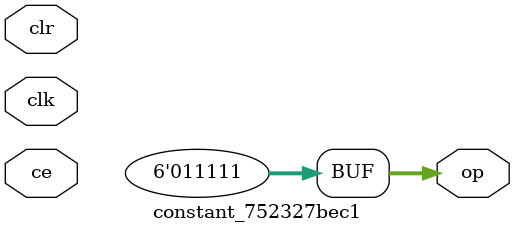
<source format=v>
module constant_752327bec1 (
  output [(6 - 1):0] op,
  input clk,
  input ce,
  input clr);
  localparam [(6 - 1):0] const_value = 6'b011111;
  assign op = 6'b011111;
endmodule
</source>
